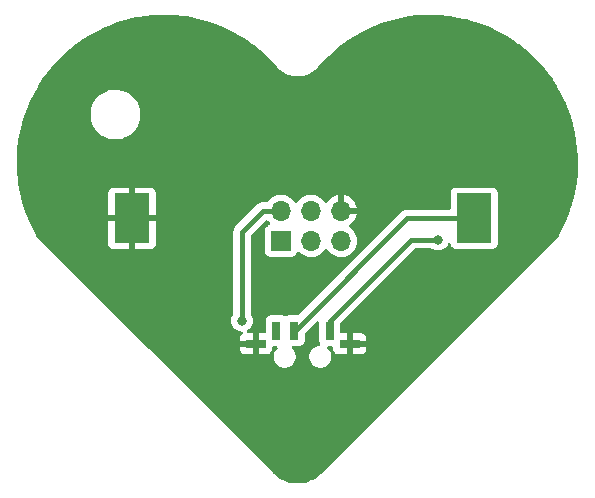
<source format=gbl>
G04 #@! TF.GenerationSoftware,KiCad,Pcbnew,(6.0.7)*
G04 #@! TF.CreationDate,2023-02-05T15:19:57+01:00*
G04 #@! TF.ProjectId,heart,68656172-742e-46b6-9963-61645f706362,v1.0.0*
G04 #@! TF.SameCoordinates,Original*
G04 #@! TF.FileFunction,Copper,L2,Bot*
G04 #@! TF.FilePolarity,Positive*
%FSLAX46Y46*%
G04 Gerber Fmt 4.6, Leading zero omitted, Abs format (unit mm)*
G04 Created by KiCad (PCBNEW (6.0.7)) date 2023-02-05 15:19:57*
%MOMM*%
%LPD*%
G01*
G04 APERTURE LIST*
G04 #@! TA.AperFunction,ComponentPad*
%ADD10R,1.700000X1.700000*%
G04 #@! TD*
G04 #@! TA.AperFunction,ComponentPad*
%ADD11O,1.700000X1.700000*%
G04 #@! TD*
G04 #@! TA.AperFunction,SMDPad,CuDef*
%ADD12R,3.000000X4.200000*%
G04 #@! TD*
G04 #@! TA.AperFunction,SMDPad,CuDef*
%ADD13R,0.800000X1.600000*%
G04 #@! TD*
G04 #@! TA.AperFunction,SMDPad,CuDef*
%ADD14R,1.700000X0.800000*%
G04 #@! TD*
G04 #@! TA.AperFunction,SMDPad,CuDef*
%ADD15R,1.800000X0.800000*%
G04 #@! TD*
G04 #@! TA.AperFunction,ViaPad*
%ADD16C,0.800000*%
G04 #@! TD*
G04 #@! TA.AperFunction,Conductor*
%ADD17C,0.450000*%
G04 #@! TD*
G04 APERTURE END LIST*
D10*
X125100000Y-86300000D03*
D11*
X125100000Y-83760000D03*
X127640000Y-86300000D03*
X127640000Y-83760000D03*
X130180000Y-86300000D03*
X130180000Y-83760000D03*
D12*
X141490000Y-84390000D03*
X112490000Y-84390000D03*
D13*
X129230000Y-93900000D03*
X126230000Y-93900000D03*
X124730000Y-93900000D03*
D14*
X122980000Y-97200000D03*
X122980000Y-95000000D03*
D15*
X130930000Y-95000000D03*
X130930000Y-97200000D03*
D16*
X138400000Y-86200000D03*
X121810000Y-93060000D03*
X128270000Y-72390000D03*
X137040000Y-72200000D03*
X135820000Y-90700000D03*
X116760000Y-78140000D03*
X129450000Y-79640000D03*
X124460000Y-72390000D03*
X118590000Y-72810000D03*
X147210000Y-72370000D03*
X103690000Y-76840000D03*
X149760000Y-78500000D03*
X121060000Y-96880000D03*
X115940000Y-67890000D03*
X142240000Y-68580000D03*
X132080000Y-69850000D03*
X117760000Y-89770000D03*
X111180000Y-68530000D03*
D17*
X129230000Y-93070000D02*
X136100000Y-86200000D01*
X129230000Y-93900000D02*
X129230000Y-93070000D01*
X136100000Y-86200000D02*
X138400000Y-86200000D01*
X135810000Y-84390000D02*
X126300000Y-93900000D01*
X141490000Y-84390000D02*
X135810000Y-84390000D01*
X123590000Y-83760000D02*
X121810000Y-85540000D01*
X121810000Y-85540000D02*
X121810000Y-93060000D01*
X125100000Y-83760000D02*
X123590000Y-83760000D01*
G04 #@! TA.AperFunction,Conductor*
G36*
X115656331Y-67159964D02*
G01*
X115663382Y-67160201D01*
X116354734Y-67202883D01*
X116361761Y-67203515D01*
X116580921Y-67229421D01*
X117049637Y-67284827D01*
X117056587Y-67285847D01*
X117572163Y-67376294D01*
X117738840Y-67405534D01*
X117745752Y-67406947D01*
X118420228Y-67564634D01*
X118427050Y-67566432D01*
X118759338Y-67664024D01*
X119091639Y-67761621D01*
X119098328Y-67763790D01*
X119750972Y-67995881D01*
X119757533Y-67998424D01*
X120283760Y-68219466D01*
X120396151Y-68266676D01*
X120402575Y-68269589D01*
X121025163Y-68573159D01*
X121031389Y-68576413D01*
X121636052Y-68914378D01*
X121642090Y-68917980D01*
X122109495Y-69214729D01*
X122226851Y-69289237D01*
X122232697Y-69293182D01*
X122687743Y-69619198D01*
X122795752Y-69696581D01*
X122801371Y-69700849D01*
X123340983Y-70135148D01*
X123346353Y-70139724D01*
X123633429Y-70398543D01*
X123763874Y-70516148D01*
X123860789Y-70603524D01*
X123865895Y-70608393D01*
X124353584Y-71100283D01*
X124358409Y-71105431D01*
X124488097Y-71251781D01*
X124790248Y-71592753D01*
X124803844Y-71611250D01*
X124805786Y-71614470D01*
X124812123Y-71624979D01*
X124818731Y-71631057D01*
X124820613Y-71633361D01*
X124834901Y-71649488D01*
X124836615Y-71651875D01*
X124836621Y-71651882D01*
X124839458Y-71655832D01*
X124848263Y-71664779D01*
X124853136Y-71668399D01*
X124853138Y-71668401D01*
X124861182Y-71674906D01*
X125061732Y-71851198D01*
X125295443Y-72011408D01*
X125546678Y-72142442D01*
X125811810Y-72242408D01*
X126087016Y-72309864D01*
X126275662Y-72332646D01*
X126364555Y-72343382D01*
X126364558Y-72343382D01*
X126368324Y-72343837D01*
X126651676Y-72343837D01*
X126655442Y-72343382D01*
X126655445Y-72343382D01*
X126744338Y-72332646D01*
X126932984Y-72309864D01*
X127208190Y-72242408D01*
X127473322Y-72142442D01*
X127724557Y-72011408D01*
X127958268Y-71851198D01*
X128145953Y-71686214D01*
X128156491Y-71677903D01*
X128158742Y-71676315D01*
X128158749Y-71676309D01*
X128162717Y-71673509D01*
X128171737Y-71664779D01*
X128174670Y-71660900D01*
X128174675Y-71660894D01*
X128176345Y-71658685D01*
X128190665Y-71643304D01*
X128192892Y-71640712D01*
X128199650Y-71634800D01*
X128212614Y-71614466D01*
X128224595Y-71598595D01*
X128661440Y-71106119D01*
X128666267Y-71100974D01*
X128693101Y-71073936D01*
X129153948Y-70609576D01*
X129159055Y-70604711D01*
X129673447Y-70141395D01*
X129678810Y-70136830D01*
X130218364Y-69702996D01*
X130223959Y-69698750D01*
X130786907Y-69295820D01*
X130792755Y-69291876D01*
X131377396Y-68921063D01*
X131383457Y-68917453D01*
X131987913Y-68579952D01*
X131994166Y-68576687D01*
X131998238Y-68574704D01*
X132134354Y-68508407D01*
X132616557Y-68273545D01*
X132622982Y-68270635D01*
X132995813Y-68114211D01*
X133261387Y-68002787D01*
X133267941Y-68000251D01*
X133594140Y-67884401D01*
X133920326Y-67768555D01*
X133927037Y-67766381D01*
X134591357Y-67571559D01*
X134598179Y-67569764D01*
X135272369Y-67412422D01*
X135279281Y-67411012D01*
X135961208Y-67291649D01*
X135968187Y-67290628D01*
X136655728Y-67209615D01*
X136662754Y-67208986D01*
X136977857Y-67189646D01*
X137353758Y-67166575D01*
X137360789Y-67166340D01*
X137713407Y-67164470D01*
X138053089Y-67162668D01*
X138060141Y-67162828D01*
X138751543Y-67197902D01*
X138758575Y-67198456D01*
X139176498Y-67243209D01*
X139446949Y-67272171D01*
X139453929Y-67273116D01*
X140137105Y-67385239D01*
X140144011Y-67386572D01*
X140533349Y-67473089D01*
X140819844Y-67536753D01*
X140826684Y-67538476D01*
X141493020Y-67726233D01*
X141499753Y-67728335D01*
X142154552Y-67953093D01*
X142161158Y-67955569D01*
X142802362Y-68216624D01*
X142808818Y-68219466D01*
X143434398Y-68515990D01*
X143440685Y-68519189D01*
X144048672Y-68850248D01*
X144054771Y-68853793D01*
X144637421Y-69214729D01*
X144643308Y-69218376D01*
X144649193Y-69222254D01*
X144751367Y-69293757D01*
X145216399Y-69619198D01*
X145222059Y-69623400D01*
X145762515Y-70048594D01*
X145766155Y-70051458D01*
X145771575Y-70055973D01*
X146290879Y-70513825D01*
X146296037Y-70518637D01*
X146788877Y-71004806D01*
X146793757Y-71009897D01*
X147252344Y-71515961D01*
X147258631Y-71522899D01*
X147263212Y-71528248D01*
X147693201Y-72059731D01*
X147698651Y-72066467D01*
X147702933Y-72072073D01*
X148107571Y-72633818D01*
X148111532Y-72639655D01*
X148484093Y-73223155D01*
X148487721Y-73229204D01*
X148731293Y-73662359D01*
X148827046Y-73832642D01*
X148830328Y-73838881D01*
X149104508Y-74397521D01*
X149135348Y-74460358D01*
X149138274Y-74466767D01*
X149408058Y-75104390D01*
X149410609Y-75110925D01*
X149632013Y-75728417D01*
X149644271Y-75762604D01*
X149646464Y-75769305D01*
X149842858Y-76431580D01*
X149843288Y-76433031D01*
X149845101Y-76439838D01*
X149936043Y-76824268D01*
X150004478Y-77113559D01*
X150005909Y-77120466D01*
X150127330Y-77802039D01*
X150128372Y-77809016D01*
X150211457Y-78496291D01*
X150212108Y-78503315D01*
X150256602Y-79194197D01*
X150256858Y-79201246D01*
X150262621Y-79893523D01*
X150262482Y-79900576D01*
X150229492Y-80592079D01*
X150228959Y-80599113D01*
X150157322Y-81287699D01*
X150156396Y-81294692D01*
X150053408Y-81934276D01*
X150046337Y-81978187D01*
X150045023Y-81985107D01*
X149989514Y-82238514D01*
X149896883Y-82661383D01*
X149895181Y-82668229D01*
X149823816Y-82924457D01*
X149784357Y-83066131D01*
X149709433Y-83335135D01*
X149707353Y-83341869D01*
X149485708Y-83993998D01*
X149484569Y-83997348D01*
X149482118Y-84003948D01*
X149222989Y-84645960D01*
X149220169Y-84652417D01*
X148990135Y-85141529D01*
X148925543Y-85278868D01*
X148922366Y-85285162D01*
X148655517Y-85778768D01*
X148628945Y-85827919D01*
X148607238Y-85857056D01*
X138470742Y-96001885D01*
X128476252Y-106004591D01*
X128461008Y-106017594D01*
X128442811Y-106030766D01*
X128437309Y-106037859D01*
X128431653Y-106045150D01*
X128415674Y-106062212D01*
X128217069Y-106238255D01*
X128206050Y-106246975D01*
X127966056Y-106416025D01*
X127954155Y-106423452D01*
X127696821Y-106564735D01*
X127684156Y-106570795D01*
X127496636Y-106647989D01*
X127412701Y-106682542D01*
X127399433Y-106687157D01*
X127117217Y-106767986D01*
X127103527Y-106771091D01*
X127004746Y-106787780D01*
X126814084Y-106819991D01*
X126800121Y-106821556D01*
X126714427Y-106826342D01*
X126507019Y-106837925D01*
X126492981Y-106837925D01*
X126285573Y-106826342D01*
X126199879Y-106821556D01*
X126185916Y-106819991D01*
X125995254Y-106787780D01*
X125896473Y-106771091D01*
X125882783Y-106767986D01*
X125600567Y-106687157D01*
X125587299Y-106682542D01*
X125503364Y-106647989D01*
X125315844Y-106570795D01*
X125303179Y-106564735D01*
X125045845Y-106423452D01*
X125033944Y-106416025D01*
X124893688Y-106317230D01*
X124793945Y-106246971D01*
X124782927Y-106238251D01*
X124589791Y-106067057D01*
X124571950Y-106047534D01*
X124571432Y-106046831D01*
X124571432Y-106046830D01*
X124566103Y-106039603D01*
X124547598Y-106025506D01*
X124542055Y-106021283D01*
X124529258Y-106010093D01*
X115259002Y-96728074D01*
X113977223Y-95444669D01*
X121622001Y-95444669D01*
X121622371Y-95451490D01*
X121627895Y-95502352D01*
X121631521Y-95517604D01*
X121676676Y-95638054D01*
X121685214Y-95653649D01*
X121761715Y-95755724D01*
X121774276Y-95768285D01*
X121876351Y-95844786D01*
X121891946Y-95853324D01*
X122012394Y-95898478D01*
X122027649Y-95902105D01*
X122078514Y-95907631D01*
X122085328Y-95908000D01*
X122707885Y-95908000D01*
X122723124Y-95903525D01*
X122724329Y-95902135D01*
X122726000Y-95894452D01*
X122726000Y-95889884D01*
X123234000Y-95889884D01*
X123238475Y-95905123D01*
X123239865Y-95906328D01*
X123247548Y-95907999D01*
X123874669Y-95907999D01*
X123881490Y-95907629D01*
X123932352Y-95902105D01*
X123947604Y-95898479D01*
X124068054Y-95853324D01*
X124083649Y-95844786D01*
X124185724Y-95768285D01*
X124198285Y-95755724D01*
X124274786Y-95653649D01*
X124283324Y-95638054D01*
X124328478Y-95517606D01*
X124332105Y-95502351D01*
X124337631Y-95451486D01*
X124338000Y-95444672D01*
X124338000Y-95334500D01*
X124358002Y-95266379D01*
X124411658Y-95219886D01*
X124464000Y-95208500D01*
X124696777Y-95208500D01*
X124764898Y-95228502D01*
X124811391Y-95282158D01*
X124821495Y-95352432D01*
X124792001Y-95417012D01*
X124781088Y-95428134D01*
X124732453Y-95471926D01*
X124617112Y-95630679D01*
X124537298Y-95809944D01*
X124496500Y-96001885D01*
X124496500Y-96198115D01*
X124537298Y-96390056D01*
X124617112Y-96569321D01*
X124732453Y-96728074D01*
X124878280Y-96859377D01*
X125048220Y-96957492D01*
X125054506Y-96959534D01*
X125054505Y-96959534D01*
X125228566Y-97016090D01*
X125228567Y-97016090D01*
X125234845Y-97018130D01*
X125241408Y-97018820D01*
X125241409Y-97018820D01*
X125264405Y-97021237D01*
X125381078Y-97033500D01*
X125478922Y-97033500D01*
X125595595Y-97021237D01*
X125618591Y-97018820D01*
X125618592Y-97018820D01*
X125625155Y-97018130D01*
X125631433Y-97016090D01*
X125631434Y-97016090D01*
X125805495Y-96959534D01*
X125805494Y-96959534D01*
X125811780Y-96957492D01*
X125981720Y-96859377D01*
X126127547Y-96728074D01*
X126242888Y-96569321D01*
X126322702Y-96390056D01*
X126363500Y-96198115D01*
X126363500Y-96001885D01*
X126322702Y-95809944D01*
X126242888Y-95630679D01*
X126127547Y-95471926D01*
X126078913Y-95428136D01*
X126041673Y-95367690D01*
X126043025Y-95296707D01*
X126082538Y-95237722D01*
X126147669Y-95209464D01*
X126163223Y-95208500D01*
X126678134Y-95208500D01*
X126740316Y-95201745D01*
X126876705Y-95150615D01*
X126993261Y-95063261D01*
X127080615Y-94946705D01*
X127131745Y-94810316D01*
X127138500Y-94748134D01*
X127138500Y-94151016D01*
X127158502Y-94082895D01*
X127175405Y-94061921D01*
X128106405Y-93130921D01*
X128168717Y-93096895D01*
X128239532Y-93101960D01*
X128296368Y-93144507D01*
X128321179Y-93211027D01*
X128321500Y-93220016D01*
X128321500Y-94748134D01*
X128328255Y-94810316D01*
X128379385Y-94946705D01*
X128399055Y-94972950D01*
X128423902Y-95039455D01*
X128408849Y-95108837D01*
X128358675Y-95159068D01*
X128311399Y-95173824D01*
X128234845Y-95181870D01*
X128228567Y-95183910D01*
X128228566Y-95183910D01*
X128154022Y-95208131D01*
X128048220Y-95242508D01*
X127878280Y-95340623D01*
X127873373Y-95345041D01*
X127873372Y-95345042D01*
X127737364Y-95467504D01*
X127732453Y-95471926D01*
X127617112Y-95630679D01*
X127537298Y-95809944D01*
X127496500Y-96001885D01*
X127496500Y-96198115D01*
X127537298Y-96390056D01*
X127617112Y-96569321D01*
X127732453Y-96728074D01*
X127878280Y-96859377D01*
X128048220Y-96957492D01*
X128054506Y-96959534D01*
X128054505Y-96959534D01*
X128228566Y-97016090D01*
X128228567Y-97016090D01*
X128234845Y-97018130D01*
X128241408Y-97018820D01*
X128241409Y-97018820D01*
X128264405Y-97021237D01*
X128381078Y-97033500D01*
X128478922Y-97033500D01*
X128595595Y-97021237D01*
X128618591Y-97018820D01*
X128618592Y-97018820D01*
X128625155Y-97018130D01*
X128631433Y-97016090D01*
X128631434Y-97016090D01*
X128805495Y-96959534D01*
X128805494Y-96959534D01*
X128811780Y-96957492D01*
X128981720Y-96859377D01*
X129127547Y-96728074D01*
X129242888Y-96569321D01*
X129322702Y-96390056D01*
X129363500Y-96198115D01*
X129363500Y-96001885D01*
X129322702Y-95809944D01*
X129242888Y-95630679D01*
X129127547Y-95471926D01*
X129078913Y-95428136D01*
X129041673Y-95367690D01*
X129043025Y-95296707D01*
X129082538Y-95237722D01*
X129147669Y-95209464D01*
X129163223Y-95208500D01*
X129396001Y-95208500D01*
X129464122Y-95228502D01*
X129510615Y-95282158D01*
X129522001Y-95334500D01*
X129522001Y-95444669D01*
X129522371Y-95451490D01*
X129527895Y-95502352D01*
X129531521Y-95517604D01*
X129576676Y-95638054D01*
X129585214Y-95653649D01*
X129661715Y-95755724D01*
X129674276Y-95768285D01*
X129776351Y-95844786D01*
X129791946Y-95853324D01*
X129912394Y-95898478D01*
X129927649Y-95902105D01*
X129978514Y-95907631D01*
X129985328Y-95908000D01*
X130657885Y-95908000D01*
X130673124Y-95903525D01*
X130674329Y-95902135D01*
X130676000Y-95894452D01*
X130676000Y-95889884D01*
X131184000Y-95889884D01*
X131188475Y-95905123D01*
X131189865Y-95906328D01*
X131197548Y-95907999D01*
X131874669Y-95907999D01*
X131881490Y-95907629D01*
X131932352Y-95902105D01*
X131947604Y-95898479D01*
X132068054Y-95853324D01*
X132083649Y-95844786D01*
X132185724Y-95768285D01*
X132198285Y-95755724D01*
X132274786Y-95653649D01*
X132283324Y-95638054D01*
X132328478Y-95517606D01*
X132332105Y-95502351D01*
X132337631Y-95451486D01*
X132338000Y-95444672D01*
X132338000Y-95272115D01*
X132333525Y-95256876D01*
X132332135Y-95255671D01*
X132324452Y-95254000D01*
X131202115Y-95254000D01*
X131186876Y-95258475D01*
X131185671Y-95259865D01*
X131184000Y-95267548D01*
X131184000Y-95889884D01*
X130676000Y-95889884D01*
X130676000Y-94727885D01*
X131184000Y-94727885D01*
X131188475Y-94743124D01*
X131189865Y-94744329D01*
X131197548Y-94746000D01*
X132319884Y-94746000D01*
X132335123Y-94741525D01*
X132336328Y-94740135D01*
X132337999Y-94732452D01*
X132337999Y-94555331D01*
X132337629Y-94548510D01*
X132332105Y-94497648D01*
X132328479Y-94482396D01*
X132283324Y-94361946D01*
X132274786Y-94346351D01*
X132198285Y-94244276D01*
X132185724Y-94231715D01*
X132083649Y-94155214D01*
X132068054Y-94146676D01*
X131947606Y-94101522D01*
X131932351Y-94097895D01*
X131881486Y-94092369D01*
X131874672Y-94092000D01*
X131202115Y-94092000D01*
X131186876Y-94096475D01*
X131185671Y-94097865D01*
X131184000Y-94105548D01*
X131184000Y-94727885D01*
X130676000Y-94727885D01*
X130676000Y-94110116D01*
X130671525Y-94094877D01*
X130670135Y-94093672D01*
X130662452Y-94092001D01*
X130264500Y-94092001D01*
X130196379Y-94071999D01*
X130149886Y-94018343D01*
X130138500Y-93966001D01*
X130138500Y-93251016D01*
X130158502Y-93182895D01*
X130175405Y-93161921D01*
X136366920Y-86970405D01*
X136429232Y-86936379D01*
X136456015Y-86933500D01*
X137823004Y-86933500D01*
X137891125Y-86953502D01*
X137897065Y-86957564D01*
X137943248Y-86991118D01*
X137949276Y-86993802D01*
X137949278Y-86993803D01*
X137978906Y-87006994D01*
X138117712Y-87068794D01*
X138211113Y-87088647D01*
X138298056Y-87107128D01*
X138298061Y-87107128D01*
X138304513Y-87108500D01*
X138495487Y-87108500D01*
X138501939Y-87107128D01*
X138501944Y-87107128D01*
X138588887Y-87088647D01*
X138682288Y-87068794D01*
X138821094Y-87006994D01*
X138850722Y-86993803D01*
X138850724Y-86993802D01*
X138856752Y-86991118D01*
X139011253Y-86878866D01*
X139139040Y-86736944D01*
X139213651Y-86607715D01*
X139231223Y-86577279D01*
X139231224Y-86577278D01*
X139234527Y-86571556D01*
X139240718Y-86552503D01*
X139280792Y-86493899D01*
X139346189Y-86466263D01*
X139416145Y-86478371D01*
X139468451Y-86526377D01*
X139485813Y-86577836D01*
X139487401Y-86592459D01*
X139487402Y-86592463D01*
X139488255Y-86600316D01*
X139539385Y-86736705D01*
X139626739Y-86853261D01*
X139743295Y-86940615D01*
X139879684Y-86991745D01*
X139941866Y-86998500D01*
X143038134Y-86998500D01*
X143100316Y-86991745D01*
X143236705Y-86940615D01*
X143353261Y-86853261D01*
X143440615Y-86736705D01*
X143491745Y-86600316D01*
X143498500Y-86538134D01*
X143498500Y-82241866D01*
X143491745Y-82179684D01*
X143440615Y-82043295D01*
X143353261Y-81926739D01*
X143236705Y-81839385D01*
X143100316Y-81788255D01*
X143038134Y-81781500D01*
X139941866Y-81781500D01*
X139879684Y-81788255D01*
X139743295Y-81839385D01*
X139626739Y-81926739D01*
X139539385Y-82043295D01*
X139488255Y-82179684D01*
X139481500Y-82241866D01*
X139481500Y-83530500D01*
X139461498Y-83598621D01*
X139407842Y-83645114D01*
X139355500Y-83656500D01*
X135875166Y-83656500D01*
X135856216Y-83655067D01*
X135843007Y-83653057D01*
X135843003Y-83653057D01*
X135835773Y-83651957D01*
X135828481Y-83652550D01*
X135828478Y-83652550D01*
X135785021Y-83656085D01*
X135774806Y-83656500D01*
X135767174Y-83656500D01*
X135763555Y-83656922D01*
X135763536Y-83656923D01*
X135739931Y-83659675D01*
X135735565Y-83660107D01*
X135708246Y-83662329D01*
X135672596Y-83665229D01*
X135672594Y-83665229D01*
X135665296Y-83665823D01*
X135658327Y-83668081D01*
X135652807Y-83669184D01*
X135647382Y-83670466D01*
X135640110Y-83671314D01*
X135573790Y-83695387D01*
X135569644Y-83696810D01*
X135509542Y-83716280D01*
X135509538Y-83716282D01*
X135502580Y-83718536D01*
X135496328Y-83722330D01*
X135491212Y-83724672D01*
X135486211Y-83727176D01*
X135479333Y-83729673D01*
X135473216Y-83733683D01*
X135473211Y-83733686D01*
X135420346Y-83768347D01*
X135416624Y-83770695D01*
X135361152Y-83804356D01*
X135356355Y-83807267D01*
X135348245Y-83814429D01*
X135348230Y-83814412D01*
X135344920Y-83817346D01*
X135342413Y-83819442D01*
X135336294Y-83823454D01*
X135331262Y-83828766D01*
X135284834Y-83877776D01*
X135282456Y-83880218D01*
X126608080Y-92554595D01*
X126545768Y-92588621D01*
X126518985Y-92591500D01*
X125781866Y-92591500D01*
X125719684Y-92598255D01*
X125583295Y-92649385D01*
X125561006Y-92666089D01*
X125555564Y-92670168D01*
X125489057Y-92695015D01*
X125419675Y-92679961D01*
X125404436Y-92670168D01*
X125398994Y-92666089D01*
X125376705Y-92649385D01*
X125240316Y-92598255D01*
X125178134Y-92591500D01*
X124281866Y-92591500D01*
X124219684Y-92598255D01*
X124083295Y-92649385D01*
X123966739Y-92736739D01*
X123879385Y-92853295D01*
X123828255Y-92989684D01*
X123821500Y-93051866D01*
X123821500Y-93966000D01*
X123801498Y-94034121D01*
X123747842Y-94080614D01*
X123695500Y-94092000D01*
X123252115Y-94092000D01*
X123236876Y-94096475D01*
X123235671Y-94097865D01*
X123234000Y-94105548D01*
X123234000Y-95889884D01*
X122726000Y-95889884D01*
X122726000Y-95272115D01*
X122721525Y-95256876D01*
X122720135Y-95255671D01*
X122712452Y-95254000D01*
X121640116Y-95254000D01*
X121624877Y-95258475D01*
X121623672Y-95259865D01*
X121622001Y-95267548D01*
X121622001Y-95444669D01*
X113977223Y-95444669D01*
X111595576Y-93060000D01*
X120896496Y-93060000D01*
X120897186Y-93066565D01*
X120909413Y-93182895D01*
X120916458Y-93249928D01*
X120975473Y-93431556D01*
X121070960Y-93596944D01*
X121198747Y-93738866D01*
X121353248Y-93851118D01*
X121359276Y-93853802D01*
X121359278Y-93853803D01*
X121521681Y-93926109D01*
X121527712Y-93928794D01*
X121618393Y-93948069D01*
X121708056Y-93967128D01*
X121708061Y-93967128D01*
X121714513Y-93968500D01*
X121747265Y-93968500D01*
X121815386Y-93988502D01*
X121861879Y-94042158D01*
X121871983Y-94112432D01*
X121842489Y-94177012D01*
X121822830Y-94195326D01*
X121774276Y-94231715D01*
X121761715Y-94244276D01*
X121685214Y-94346351D01*
X121676676Y-94361946D01*
X121631522Y-94482394D01*
X121627895Y-94497649D01*
X121622369Y-94548514D01*
X121622000Y-94555328D01*
X121622000Y-94727885D01*
X121626475Y-94743124D01*
X121627865Y-94744329D01*
X121635548Y-94746000D01*
X122707885Y-94746000D01*
X122723124Y-94741525D01*
X122724329Y-94740135D01*
X122726000Y-94732452D01*
X122726000Y-94110116D01*
X122721525Y-94094877D01*
X122720135Y-94093672D01*
X122712452Y-94092001D01*
X122318389Y-94092001D01*
X122250268Y-94071999D01*
X122203775Y-94018343D01*
X122193671Y-93948069D01*
X122223165Y-93883489D01*
X122255387Y-93856883D01*
X122260722Y-93853803D01*
X122266752Y-93851118D01*
X122421253Y-93738866D01*
X122549040Y-93596944D01*
X122644527Y-93431556D01*
X122703542Y-93249928D01*
X122710588Y-93182895D01*
X122722814Y-93066565D01*
X122723504Y-93060000D01*
X122703542Y-92870072D01*
X122644527Y-92688444D01*
X122639630Y-92679961D01*
X122560381Y-92542699D01*
X122543500Y-92479699D01*
X122543500Y-85896016D01*
X122563502Y-85827895D01*
X122580405Y-85806921D01*
X123191217Y-85196109D01*
X123821772Y-84565553D01*
X123884084Y-84531528D01*
X123954899Y-84536592D01*
X124006104Y-84572150D01*
X124142865Y-84730031D01*
X124142869Y-84730035D01*
X124146250Y-84733938D01*
X124150230Y-84737242D01*
X124154981Y-84741187D01*
X124194616Y-84800090D01*
X124196113Y-84871071D01*
X124158997Y-84931593D01*
X124118725Y-84956112D01*
X124049688Y-84981993D01*
X124003295Y-84999385D01*
X123886739Y-85086739D01*
X123799385Y-85203295D01*
X123748255Y-85339684D01*
X123741500Y-85401866D01*
X123741500Y-87198134D01*
X123748255Y-87260316D01*
X123799385Y-87396705D01*
X123886739Y-87513261D01*
X124003295Y-87600615D01*
X124139684Y-87651745D01*
X124201866Y-87658500D01*
X125998134Y-87658500D01*
X126060316Y-87651745D01*
X126196705Y-87600615D01*
X126313261Y-87513261D01*
X126400615Y-87396705D01*
X126422799Y-87337529D01*
X126444598Y-87279382D01*
X126487240Y-87222618D01*
X126553802Y-87197918D01*
X126623150Y-87213126D01*
X126657817Y-87241114D01*
X126686250Y-87273938D01*
X126858126Y-87416632D01*
X127051000Y-87529338D01*
X127259692Y-87609030D01*
X127264760Y-87610061D01*
X127264763Y-87610062D01*
X127372017Y-87631883D01*
X127478597Y-87653567D01*
X127483772Y-87653757D01*
X127483774Y-87653757D01*
X127696673Y-87661564D01*
X127696677Y-87661564D01*
X127701837Y-87661753D01*
X127706957Y-87661097D01*
X127706959Y-87661097D01*
X127918288Y-87634025D01*
X127918289Y-87634025D01*
X127923416Y-87633368D01*
X127928366Y-87631883D01*
X128132429Y-87570661D01*
X128132434Y-87570659D01*
X128137384Y-87569174D01*
X128337994Y-87470896D01*
X128519860Y-87341173D01*
X128678096Y-87183489D01*
X128808453Y-87002077D01*
X128809776Y-87003028D01*
X128856645Y-86959857D01*
X128926580Y-86947625D01*
X128992026Y-86975144D01*
X129019875Y-87006994D01*
X129079987Y-87105088D01*
X129226250Y-87273938D01*
X129398126Y-87416632D01*
X129591000Y-87529338D01*
X129799692Y-87609030D01*
X129804760Y-87610061D01*
X129804763Y-87610062D01*
X129912017Y-87631883D01*
X130018597Y-87653567D01*
X130023772Y-87653757D01*
X130023774Y-87653757D01*
X130236673Y-87661564D01*
X130236677Y-87661564D01*
X130241837Y-87661753D01*
X130246957Y-87661097D01*
X130246959Y-87661097D01*
X130458288Y-87634025D01*
X130458289Y-87634025D01*
X130463416Y-87633368D01*
X130468366Y-87631883D01*
X130672429Y-87570661D01*
X130672434Y-87570659D01*
X130677384Y-87569174D01*
X130877994Y-87470896D01*
X131059860Y-87341173D01*
X131218096Y-87183489D01*
X131348453Y-87002077D01*
X131351295Y-86996328D01*
X131445136Y-86806453D01*
X131445137Y-86806451D01*
X131447430Y-86801811D01*
X131512370Y-86588069D01*
X131541529Y-86366590D01*
X131543156Y-86300000D01*
X131524852Y-86077361D01*
X131470431Y-85860702D01*
X131381354Y-85655840D01*
X131314520Y-85552531D01*
X131262822Y-85472617D01*
X131262820Y-85472614D01*
X131260014Y-85468277D01*
X131109670Y-85303051D01*
X131105619Y-85299852D01*
X131105615Y-85299848D01*
X130938414Y-85167800D01*
X130938410Y-85167798D01*
X130934359Y-85164598D01*
X130926764Y-85160405D01*
X130897259Y-85144118D01*
X130892569Y-85141529D01*
X130842598Y-85091097D01*
X130827826Y-85021654D01*
X130852942Y-84955248D01*
X130880294Y-84928641D01*
X131055328Y-84803792D01*
X131063200Y-84797139D01*
X131214052Y-84646812D01*
X131220730Y-84638965D01*
X131345003Y-84466020D01*
X131350313Y-84457183D01*
X131444670Y-84266267D01*
X131448469Y-84256672D01*
X131510377Y-84052910D01*
X131512555Y-84042837D01*
X131513986Y-84031962D01*
X131511775Y-84017778D01*
X131498617Y-84014000D01*
X130052000Y-84014000D01*
X129983879Y-83993998D01*
X129937386Y-83940342D01*
X129926000Y-83888000D01*
X129926000Y-83487885D01*
X130434000Y-83487885D01*
X130438475Y-83503124D01*
X130439865Y-83504329D01*
X130447548Y-83506000D01*
X131498344Y-83506000D01*
X131511875Y-83502027D01*
X131513180Y-83492947D01*
X131471214Y-83325875D01*
X131467894Y-83316124D01*
X131382972Y-83120814D01*
X131378105Y-83111739D01*
X131262426Y-82932926D01*
X131256136Y-82924757D01*
X131112806Y-82767240D01*
X131105273Y-82760215D01*
X130938139Y-82628222D01*
X130929552Y-82622517D01*
X130743117Y-82519599D01*
X130733705Y-82515369D01*
X130532959Y-82444280D01*
X130522988Y-82441646D01*
X130451837Y-82428972D01*
X130438540Y-82430432D01*
X130434000Y-82444989D01*
X130434000Y-83487885D01*
X129926000Y-83487885D01*
X129926000Y-82443102D01*
X129922082Y-82429758D01*
X129907806Y-82427771D01*
X129869324Y-82433660D01*
X129859288Y-82436051D01*
X129656868Y-82502212D01*
X129647359Y-82506209D01*
X129458463Y-82604542D01*
X129449738Y-82610036D01*
X129279433Y-82737905D01*
X129271726Y-82744748D01*
X129124590Y-82898717D01*
X129118109Y-82906722D01*
X129013498Y-83060074D01*
X128958587Y-83105076D01*
X128888062Y-83113247D01*
X128824315Y-83081993D01*
X128803618Y-83057509D01*
X128722822Y-82932617D01*
X128722820Y-82932614D01*
X128720014Y-82928277D01*
X128569670Y-82763051D01*
X128565619Y-82759852D01*
X128565615Y-82759848D01*
X128398414Y-82627800D01*
X128398410Y-82627798D01*
X128394359Y-82624598D01*
X128358028Y-82604542D01*
X128342136Y-82595769D01*
X128198789Y-82516638D01*
X128193920Y-82514914D01*
X128193916Y-82514912D01*
X127993087Y-82443795D01*
X127993083Y-82443794D01*
X127988212Y-82442069D01*
X127983119Y-82441162D01*
X127983116Y-82441161D01*
X127773373Y-82403800D01*
X127773367Y-82403799D01*
X127768284Y-82402894D01*
X127694452Y-82401992D01*
X127550081Y-82400228D01*
X127550079Y-82400228D01*
X127544911Y-82400165D01*
X127324091Y-82433955D01*
X127111756Y-82503357D01*
X126913607Y-82606507D01*
X126909474Y-82609610D01*
X126909471Y-82609612D01*
X126739100Y-82737530D01*
X126734965Y-82740635D01*
X126580629Y-82902138D01*
X126473201Y-83059621D01*
X126418293Y-83104621D01*
X126347768Y-83112792D01*
X126284021Y-83081538D01*
X126263324Y-83057054D01*
X126182822Y-82932617D01*
X126182820Y-82932614D01*
X126180014Y-82928277D01*
X126029670Y-82763051D01*
X126025619Y-82759852D01*
X126025615Y-82759848D01*
X125858414Y-82627800D01*
X125858410Y-82627798D01*
X125854359Y-82624598D01*
X125818028Y-82604542D01*
X125802136Y-82595769D01*
X125658789Y-82516638D01*
X125653920Y-82514914D01*
X125653916Y-82514912D01*
X125453087Y-82443795D01*
X125453083Y-82443794D01*
X125448212Y-82442069D01*
X125443119Y-82441162D01*
X125443116Y-82441161D01*
X125233373Y-82403800D01*
X125233367Y-82403799D01*
X125228284Y-82402894D01*
X125154452Y-82401992D01*
X125010081Y-82400228D01*
X125010079Y-82400228D01*
X125004911Y-82400165D01*
X124784091Y-82433955D01*
X124571756Y-82503357D01*
X124373607Y-82606507D01*
X124369474Y-82609610D01*
X124369471Y-82609612D01*
X124199100Y-82737530D01*
X124194965Y-82740635D01*
X124040629Y-82902138D01*
X123993309Y-82971506D01*
X123938400Y-83016507D01*
X123889223Y-83026500D01*
X123655166Y-83026500D01*
X123636216Y-83025067D01*
X123623007Y-83023057D01*
X123623003Y-83023057D01*
X123615773Y-83021957D01*
X123608481Y-83022550D01*
X123608477Y-83022550D01*
X123565019Y-83026085D01*
X123554805Y-83026500D01*
X123547174Y-83026500D01*
X123543540Y-83026924D01*
X123543534Y-83026924D01*
X123531039Y-83028381D01*
X123519942Y-83029675D01*
X123515594Y-83030105D01*
X123445295Y-83035823D01*
X123438327Y-83038080D01*
X123432828Y-83039179D01*
X123427383Y-83040466D01*
X123420110Y-83041314D01*
X123369684Y-83059618D01*
X123353791Y-83065387D01*
X123349630Y-83066815D01*
X123289546Y-83086279D01*
X123289543Y-83086280D01*
X123282580Y-83088536D01*
X123276323Y-83092333D01*
X123271198Y-83094679D01*
X123266211Y-83097176D01*
X123259333Y-83099673D01*
X123253216Y-83103683D01*
X123253211Y-83103686D01*
X123200346Y-83138347D01*
X123196624Y-83140695D01*
X123136355Y-83177267D01*
X123128245Y-83184429D01*
X123128230Y-83184412D01*
X123124921Y-83187345D01*
X123122413Y-83189442D01*
X123116294Y-83193454D01*
X123111261Y-83198767D01*
X123064851Y-83247758D01*
X123062474Y-83250200D01*
X121337423Y-84975252D01*
X121323011Y-84987639D01*
X121306349Y-84999900D01*
X121301606Y-85005483D01*
X121273369Y-85038720D01*
X121266439Y-85046236D01*
X121261055Y-85051620D01*
X121258792Y-85054481D01*
X121258787Y-85054486D01*
X121244068Y-85073091D01*
X121241279Y-85076493D01*
X121200347Y-85124672D01*
X121200344Y-85124676D01*
X121195608Y-85130251D01*
X121192279Y-85136772D01*
X121189158Y-85141451D01*
X121186222Y-85146205D01*
X121181682Y-85151943D01*
X121178585Y-85158570D01*
X121178584Y-85158571D01*
X121151811Y-85215854D01*
X121149901Y-85219761D01*
X121117824Y-85282582D01*
X121116084Y-85289694D01*
X121114118Y-85294980D01*
X121112360Y-85300265D01*
X121109261Y-85306895D01*
X121104074Y-85331834D01*
X121094895Y-85375963D01*
X121093925Y-85380247D01*
X121077170Y-85448721D01*
X121076500Y-85459520D01*
X121076476Y-85459519D01*
X121076212Y-85463934D01*
X121075922Y-85467184D01*
X121074431Y-85474352D01*
X121074629Y-85481669D01*
X121076454Y-85549123D01*
X121076500Y-85552531D01*
X121076500Y-92479699D01*
X121059619Y-92542699D01*
X120980371Y-92679961D01*
X120975473Y-92688444D01*
X120916458Y-92870072D01*
X120896496Y-93060000D01*
X111595576Y-93060000D01*
X105078514Y-86534669D01*
X110482001Y-86534669D01*
X110482371Y-86541490D01*
X110487895Y-86592352D01*
X110491521Y-86607604D01*
X110536676Y-86728054D01*
X110545214Y-86743649D01*
X110621715Y-86845724D01*
X110634276Y-86858285D01*
X110736351Y-86934786D01*
X110751946Y-86943324D01*
X110872394Y-86988478D01*
X110887649Y-86992105D01*
X110938514Y-86997631D01*
X110945328Y-86998000D01*
X112217885Y-86998000D01*
X112233124Y-86993525D01*
X112234329Y-86992135D01*
X112236000Y-86984452D01*
X112236000Y-86979884D01*
X112744000Y-86979884D01*
X112748475Y-86995123D01*
X112749865Y-86996328D01*
X112757548Y-86997999D01*
X114034669Y-86997999D01*
X114041490Y-86997629D01*
X114092352Y-86992105D01*
X114107604Y-86988479D01*
X114228054Y-86943324D01*
X114243649Y-86934786D01*
X114345724Y-86858285D01*
X114358285Y-86845724D01*
X114434786Y-86743649D01*
X114443324Y-86728054D01*
X114488478Y-86607606D01*
X114492105Y-86592351D01*
X114497631Y-86541486D01*
X114498000Y-86534672D01*
X114498000Y-84662115D01*
X114493525Y-84646876D01*
X114492135Y-84645671D01*
X114484452Y-84644000D01*
X112762115Y-84644000D01*
X112746876Y-84648475D01*
X112745671Y-84649865D01*
X112744000Y-84657548D01*
X112744000Y-86979884D01*
X112236000Y-86979884D01*
X112236000Y-84662115D01*
X112231525Y-84646876D01*
X112230135Y-84645671D01*
X112222452Y-84644000D01*
X110500116Y-84644000D01*
X110484877Y-84648475D01*
X110483672Y-84649865D01*
X110482001Y-84657548D01*
X110482001Y-86534669D01*
X105078514Y-86534669D01*
X104401774Y-85857070D01*
X104380089Y-85827956D01*
X104353497Y-85778768D01*
X104090064Y-85291500D01*
X104086473Y-85284857D01*
X104083293Y-85278559D01*
X103788507Y-84651773D01*
X103785684Y-84645307D01*
X103572810Y-84117885D01*
X110482000Y-84117885D01*
X110486475Y-84133124D01*
X110487865Y-84134329D01*
X110495548Y-84136000D01*
X112217885Y-84136000D01*
X112233124Y-84131525D01*
X112234329Y-84130135D01*
X112236000Y-84122452D01*
X112236000Y-84117885D01*
X112744000Y-84117885D01*
X112748475Y-84133124D01*
X112749865Y-84134329D01*
X112757548Y-84136000D01*
X114479884Y-84136000D01*
X114495123Y-84131525D01*
X114496328Y-84130135D01*
X114497999Y-84122452D01*
X114497999Y-82245331D01*
X114497629Y-82238510D01*
X114492105Y-82187648D01*
X114488479Y-82172396D01*
X114443324Y-82051946D01*
X114434786Y-82036351D01*
X114358285Y-81934276D01*
X114345724Y-81921715D01*
X114243649Y-81845214D01*
X114228054Y-81836676D01*
X114107606Y-81791522D01*
X114092351Y-81787895D01*
X114041486Y-81782369D01*
X114034672Y-81782000D01*
X112762115Y-81782000D01*
X112746876Y-81786475D01*
X112745671Y-81787865D01*
X112744000Y-81795548D01*
X112744000Y-84117885D01*
X112236000Y-84117885D01*
X112236000Y-81800116D01*
X112231525Y-81784877D01*
X112230135Y-81783672D01*
X112222452Y-81782001D01*
X110945331Y-81782001D01*
X110938510Y-81782371D01*
X110887648Y-81787895D01*
X110872396Y-81791521D01*
X110751946Y-81836676D01*
X110736351Y-81845214D01*
X110634276Y-81921715D01*
X110621715Y-81934276D01*
X110545214Y-82036351D01*
X110536676Y-82051946D01*
X110491522Y-82172394D01*
X110487895Y-82187649D01*
X110482369Y-82238514D01*
X110482000Y-82245328D01*
X110482000Y-84117885D01*
X103572810Y-84117885D01*
X103526434Y-84002984D01*
X103523978Y-83996370D01*
X103301097Y-83340572D01*
X103299014Y-83333831D01*
X103113184Y-82666561D01*
X103111482Y-82659714D01*
X103008068Y-82187540D01*
X102963284Y-81983061D01*
X102961972Y-81976144D01*
X102955233Y-81934276D01*
X102851888Y-81292300D01*
X102850964Y-81285318D01*
X102820593Y-80993222D01*
X102779329Y-80596368D01*
X102778796Y-80589339D01*
X102745836Y-79897479D01*
X102745697Y-79890425D01*
X102751513Y-79197776D01*
X102751770Y-79190725D01*
X102773730Y-78850211D01*
X102796346Y-78499508D01*
X102796997Y-78492483D01*
X102880192Y-77804846D01*
X102881235Y-77797868D01*
X103002793Y-77115940D01*
X103004219Y-77109059D01*
X103163762Y-76434979D01*
X103165567Y-76428208D01*
X103198888Y-76315898D01*
X103362579Y-75764154D01*
X103364774Y-75757449D01*
X103373651Y-75732703D01*
X108990743Y-75732703D01*
X108991302Y-75736947D01*
X108991302Y-75736951D01*
X108995117Y-75765926D01*
X109028268Y-76017734D01*
X109029401Y-76021874D01*
X109029401Y-76021876D01*
X109031642Y-76030067D01*
X109104129Y-76295036D01*
X109216923Y-76559476D01*
X109364561Y-76806161D01*
X109544313Y-77030528D01*
X109752851Y-77228423D01*
X109986317Y-77396186D01*
X109990112Y-77398195D01*
X109990113Y-77398196D01*
X110011869Y-77409715D01*
X110240392Y-77530712D01*
X110510373Y-77629511D01*
X110791264Y-77690755D01*
X110819841Y-77693004D01*
X111014282Y-77708307D01*
X111014291Y-77708307D01*
X111016739Y-77708500D01*
X111172271Y-77708500D01*
X111174407Y-77708354D01*
X111174418Y-77708354D01*
X111382548Y-77694165D01*
X111382554Y-77694164D01*
X111386825Y-77693873D01*
X111391020Y-77693004D01*
X111391022Y-77693004D01*
X111527584Y-77664723D01*
X111668342Y-77635574D01*
X111939343Y-77539607D01*
X112156233Y-77427662D01*
X112191005Y-77409715D01*
X112191006Y-77409715D01*
X112194812Y-77407750D01*
X112198313Y-77405289D01*
X112198317Y-77405287D01*
X112312417Y-77325096D01*
X112430023Y-77242441D01*
X112640622Y-77046740D01*
X112822713Y-76824268D01*
X112972927Y-76579142D01*
X113036190Y-76435026D01*
X113086757Y-76319830D01*
X113088483Y-76315898D01*
X113167244Y-76039406D01*
X113206165Y-75765926D01*
X113207146Y-75759036D01*
X113207146Y-75759034D01*
X113207751Y-75754784D01*
X113207845Y-75736951D01*
X113209235Y-75471583D01*
X113209235Y-75471576D01*
X113209257Y-75467297D01*
X113171732Y-75182266D01*
X113095871Y-74904964D01*
X112983077Y-74640524D01*
X112835439Y-74393839D01*
X112655687Y-74169472D01*
X112447149Y-73971577D01*
X112213683Y-73803814D01*
X112191843Y-73792250D01*
X112168654Y-73779972D01*
X111959608Y-73669288D01*
X111689627Y-73570489D01*
X111408736Y-73509245D01*
X111377685Y-73506801D01*
X111185718Y-73491693D01*
X111185709Y-73491693D01*
X111183261Y-73491500D01*
X111027729Y-73491500D01*
X111025593Y-73491646D01*
X111025582Y-73491646D01*
X110817452Y-73505835D01*
X110817446Y-73505836D01*
X110813175Y-73506127D01*
X110808980Y-73506996D01*
X110808978Y-73506996D01*
X110672416Y-73535277D01*
X110531658Y-73564426D01*
X110260657Y-73660393D01*
X110005188Y-73792250D01*
X110001687Y-73794711D01*
X110001683Y-73794713D01*
X109938833Y-73838885D01*
X109769977Y-73957559D01*
X109559378Y-74153260D01*
X109377287Y-74375732D01*
X109227073Y-74620858D01*
X109225347Y-74624791D01*
X109225346Y-74624792D01*
X109113243Y-74880170D01*
X109111517Y-74884102D01*
X109032756Y-75160594D01*
X108992249Y-75445216D01*
X108992227Y-75449505D01*
X108992226Y-75449512D01*
X108990765Y-75728417D01*
X108990743Y-75732703D01*
X103373651Y-75732703D01*
X103446141Y-75530614D01*
X103598652Y-75105443D01*
X103601216Y-75098882D01*
X103871203Y-74461035D01*
X103874134Y-74454617D01*
X104179416Y-73832849D01*
X104182701Y-73826605D01*
X104518760Y-73229204D01*
X104522301Y-73222909D01*
X104525928Y-73216864D01*
X104898786Y-72633122D01*
X104902749Y-72627285D01*
X105307691Y-72065337D01*
X105311974Y-72059731D01*
X105631631Y-71664779D01*
X105747747Y-71521311D01*
X105752332Y-71515961D01*
X106124500Y-71105431D01*
X106217551Y-71002788D01*
X106222432Y-70997698D01*
X106715629Y-70511385D01*
X106720789Y-70506573D01*
X107240472Y-70048594D01*
X107245894Y-70044080D01*
X107790364Y-69615932D01*
X107796030Y-69611728D01*
X108363607Y-69214729D01*
X108369499Y-69210848D01*
X108958443Y-68846218D01*
X108964544Y-68842674D01*
X109447333Y-68579952D01*
X109572938Y-68511601D01*
X109579211Y-68508411D01*
X110205220Y-68211892D01*
X110211674Y-68209054D01*
X110724965Y-68000246D01*
X110853263Y-67948054D01*
X110859867Y-67945580D01*
X111265328Y-67806539D01*
X111515090Y-67720891D01*
X111521803Y-67718797D01*
X111973521Y-67591661D01*
X112188573Y-67531135D01*
X112195415Y-67529415D01*
X112871615Y-67379374D01*
X112878543Y-67378039D01*
X113103353Y-67341217D01*
X113562104Y-67266077D01*
X113569074Y-67265135D01*
X114257840Y-67191610D01*
X114264854Y-67191060D01*
X114828325Y-67162668D01*
X114956633Y-67156203D01*
X114963687Y-67156045D01*
X115656331Y-67159964D01*
G37*
G04 #@! TD.AperFunction*
M02*

</source>
